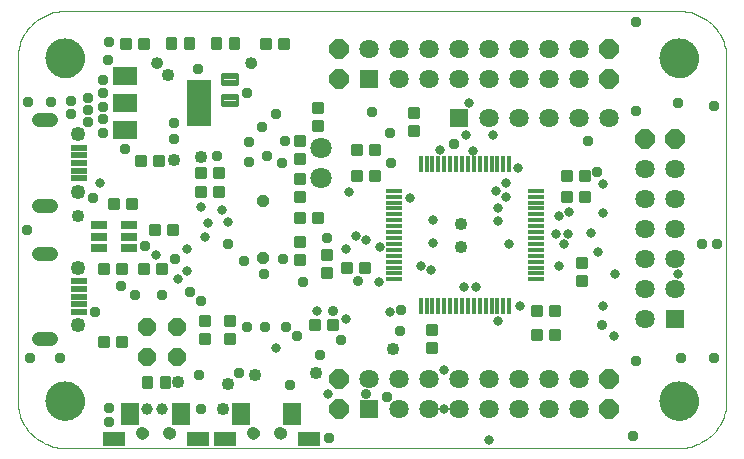
<source format=gts>
G75*
%MOIN*%
%OFA0B0*%
%FSLAX24Y24*%
%IPPOS*%
%LPD*%
%AMOC8*
5,1,8,0,0,1.08239X$1,22.5*
%
%ADD10C,0.0100*%
%ADD11R,0.0837X0.0641*%
%ADD12R,0.0837X0.1546*%
%ADD13C,0.0113*%
%ADD14OC8,0.0650*%
%ADD15R,0.0522X0.0144*%
%ADD16R,0.0144X0.0522*%
%ADD17OC8,0.0390*%
%ADD18R,0.0641X0.0641*%
%ADD19C,0.0641*%
%ADD20C,0.0000*%
%ADD21C,0.1310*%
%ADD22R,0.0570X0.0270*%
%ADD23C,0.0710*%
%ADD24OC8,0.0590*%
%ADD25C,0.0088*%
%ADD26R,0.0600X0.0750*%
%ADD27R,0.0750X0.0450*%
%ADD28C,0.0424*%
%ADD29C,0.0400*%
%ADD30R,0.0581X0.0207*%
%ADD31C,0.0450*%
%ADD32C,0.0493*%
%ADD33C,0.0350*%
%ADD34C,0.0387*%
%ADD35C,0.0426*%
%ADD36C,0.0320*%
%ADD37C,0.0370*%
%ADD38C,0.0347*%
%ADD39C,0.0330*%
D10*
X007087Y007116D02*
X007387Y007116D01*
X007387Y006816D01*
X007087Y006816D01*
X007087Y007116D01*
X007087Y006915D02*
X007387Y006915D01*
X007387Y007014D02*
X007087Y007014D01*
X007087Y007113D02*
X007387Y007113D01*
X007687Y007116D02*
X007987Y007116D01*
X007987Y006816D01*
X007687Y006816D01*
X007687Y007116D01*
X007687Y006915D02*
X007987Y006915D01*
X007987Y007014D02*
X007687Y007014D01*
X007687Y007113D02*
X007987Y007113D01*
X010767Y007216D02*
X010767Y006916D01*
X010467Y006916D01*
X010467Y007216D01*
X010767Y007216D01*
X010767Y007015D02*
X010467Y007015D01*
X010467Y007114D02*
X010767Y007114D01*
X010767Y007213D02*
X010467Y007213D01*
X010767Y007516D02*
X010767Y007816D01*
X010767Y007516D02*
X010467Y007516D01*
X010467Y007816D01*
X010767Y007816D01*
X010767Y007615D02*
X010467Y007615D01*
X010467Y007714D02*
X010767Y007714D01*
X010767Y007813D02*
X010467Y007813D01*
X011600Y007816D02*
X011600Y007516D01*
X011300Y007516D01*
X011300Y007816D01*
X011600Y007816D01*
X011600Y007615D02*
X011300Y007615D01*
X011300Y007714D02*
X011600Y007714D01*
X011600Y007813D02*
X011300Y007813D01*
X011600Y007216D02*
X011600Y006916D01*
X011300Y006916D01*
X011300Y007216D01*
X011600Y007216D01*
X011600Y007015D02*
X011300Y007015D01*
X011300Y007114D02*
X011600Y007114D01*
X011600Y007213D02*
X011300Y007213D01*
X014137Y007386D02*
X014437Y007386D01*
X014137Y007386D02*
X014137Y007686D01*
X014437Y007686D01*
X014437Y007386D01*
X014437Y007485D02*
X014137Y007485D01*
X014137Y007584D02*
X014437Y007584D01*
X014437Y007683D02*
X014137Y007683D01*
X014737Y007386D02*
X015037Y007386D01*
X014737Y007386D02*
X014737Y007686D01*
X015037Y007686D01*
X015037Y007386D01*
X015037Y007485D02*
X014737Y007485D01*
X014737Y007584D02*
X015037Y007584D01*
X015037Y007683D02*
X014737Y007683D01*
X014817Y009106D02*
X014817Y009406D01*
X014817Y009106D02*
X014517Y009106D01*
X014517Y009406D01*
X014817Y009406D01*
X014817Y009205D02*
X014517Y009205D01*
X014517Y009304D02*
X014817Y009304D01*
X014817Y009403D02*
X014517Y009403D01*
X014817Y009706D02*
X014817Y010006D01*
X014817Y009706D02*
X014517Y009706D01*
X014517Y010006D01*
X014817Y010006D01*
X014817Y009805D02*
X014517Y009805D01*
X014517Y009904D02*
X014817Y009904D01*
X014817Y010003D02*
X014517Y010003D01*
X013637Y009866D02*
X013637Y009566D01*
X013637Y009866D02*
X013937Y009866D01*
X013937Y009566D01*
X013637Y009566D01*
X013637Y009665D02*
X013937Y009665D01*
X013937Y009764D02*
X013637Y009764D01*
X013637Y009863D02*
X013937Y009863D01*
X013637Y010166D02*
X013637Y010466D01*
X013937Y010466D01*
X013937Y010166D01*
X013637Y010166D01*
X013637Y010265D02*
X013937Y010265D01*
X013937Y010364D02*
X013637Y010364D01*
X013637Y010463D02*
X013937Y010463D01*
X013937Y010966D02*
X013637Y010966D01*
X013637Y011266D01*
X013937Y011266D01*
X013937Y010966D01*
X013937Y011065D02*
X013637Y011065D01*
X013637Y011164D02*
X013937Y011164D01*
X013937Y011263D02*
X013637Y011263D01*
X013937Y011666D02*
X013937Y011966D01*
X013937Y011666D02*
X013637Y011666D01*
X013637Y011966D01*
X013937Y011966D01*
X013937Y011765D02*
X013637Y011765D01*
X013637Y011864D02*
X013937Y011864D01*
X013937Y011963D02*
X013637Y011963D01*
X013937Y012266D02*
X013937Y012566D01*
X013937Y012266D02*
X013637Y012266D01*
X013637Y012566D01*
X013937Y012566D01*
X013937Y012365D02*
X013637Y012365D01*
X013637Y012464D02*
X013937Y012464D01*
X013937Y012563D02*
X013637Y012563D01*
X013937Y012926D02*
X013937Y013226D01*
X013937Y012926D02*
X013637Y012926D01*
X013637Y013226D01*
X013937Y013226D01*
X013937Y013025D02*
X013637Y013025D01*
X013637Y013124D02*
X013937Y013124D01*
X013937Y013223D02*
X013637Y013223D01*
X013937Y013526D02*
X013937Y013826D01*
X013937Y013526D02*
X013637Y013526D01*
X013637Y013826D01*
X013937Y013826D01*
X013937Y013625D02*
X013637Y013625D01*
X013637Y013724D02*
X013937Y013724D01*
X013937Y013823D02*
X013637Y013823D01*
X014537Y014016D02*
X014537Y014316D01*
X014537Y014016D02*
X014237Y014016D01*
X014237Y014316D01*
X014537Y014316D01*
X014537Y014115D02*
X014237Y014115D01*
X014237Y014214D02*
X014537Y014214D01*
X014537Y014313D02*
X014237Y014313D01*
X014537Y014616D02*
X014537Y014916D01*
X014537Y014616D02*
X014237Y014616D01*
X014237Y014916D01*
X014537Y014916D01*
X014537Y014715D02*
X014237Y014715D01*
X014237Y014814D02*
X014537Y014814D01*
X014537Y014913D02*
X014237Y014913D01*
X015537Y013516D02*
X015837Y013516D01*
X015837Y013216D01*
X015537Y013216D01*
X015537Y013516D01*
X015537Y013315D02*
X015837Y013315D01*
X015837Y013414D02*
X015537Y013414D01*
X015537Y013513D02*
X015837Y013513D01*
X016137Y013516D02*
X016437Y013516D01*
X016437Y013216D01*
X016137Y013216D01*
X016137Y013516D01*
X016137Y013315D02*
X016437Y013315D01*
X016437Y013414D02*
X016137Y013414D01*
X016137Y013513D02*
X016437Y013513D01*
X017737Y013866D02*
X017737Y014166D01*
X017737Y013866D02*
X017437Y013866D01*
X017437Y014166D01*
X017737Y014166D01*
X017737Y013965D02*
X017437Y013965D01*
X017437Y014064D02*
X017737Y014064D01*
X017737Y014163D02*
X017437Y014163D01*
X017737Y014466D02*
X017737Y014766D01*
X017737Y014466D02*
X017437Y014466D01*
X017437Y014766D01*
X017737Y014766D01*
X017737Y014565D02*
X017437Y014565D01*
X017437Y014664D02*
X017737Y014664D01*
X017737Y014763D02*
X017437Y014763D01*
X016437Y012666D02*
X016137Y012666D01*
X016437Y012666D02*
X016437Y012366D01*
X016137Y012366D01*
X016137Y012666D01*
X016137Y012465D02*
X016437Y012465D01*
X016437Y012564D02*
X016137Y012564D01*
X016137Y012663D02*
X016437Y012663D01*
X015837Y012666D02*
X015537Y012666D01*
X015837Y012666D02*
X015837Y012366D01*
X015537Y012366D01*
X015537Y012666D01*
X015537Y012465D02*
X015837Y012465D01*
X015837Y012564D02*
X015537Y012564D01*
X015537Y012663D02*
X015837Y012663D01*
X014537Y010966D02*
X014237Y010966D01*
X014237Y011266D01*
X014537Y011266D01*
X014537Y010966D01*
X014537Y011065D02*
X014237Y011065D01*
X014237Y011164D02*
X014537Y011164D01*
X014537Y011263D02*
X014237Y011263D01*
X015207Y009576D02*
X015507Y009576D01*
X015507Y009276D01*
X015207Y009276D01*
X015207Y009576D01*
X015207Y009375D02*
X015507Y009375D01*
X015507Y009474D02*
X015207Y009474D01*
X015207Y009573D02*
X015507Y009573D01*
X015807Y009576D02*
X016107Y009576D01*
X016107Y009276D01*
X015807Y009276D01*
X015807Y009576D01*
X015807Y009375D02*
X016107Y009375D01*
X016107Y009474D02*
X015807Y009474D01*
X015807Y009573D02*
X016107Y009573D01*
X018027Y007526D02*
X018027Y007226D01*
X018027Y007526D02*
X018327Y007526D01*
X018327Y007226D01*
X018027Y007226D01*
X018027Y007325D02*
X018327Y007325D01*
X018327Y007424D02*
X018027Y007424D01*
X018027Y007523D02*
X018327Y007523D01*
X018027Y006926D02*
X018027Y006626D01*
X018027Y006926D02*
X018327Y006926D01*
X018327Y006626D01*
X018027Y006626D01*
X018027Y006725D02*
X018327Y006725D01*
X018327Y006824D02*
X018027Y006824D01*
X018027Y006923D02*
X018327Y006923D01*
X021537Y007366D02*
X021837Y007366D01*
X021837Y007066D01*
X021537Y007066D01*
X021537Y007366D01*
X021537Y007165D02*
X021837Y007165D01*
X021837Y007264D02*
X021537Y007264D01*
X021537Y007363D02*
X021837Y007363D01*
X022137Y007366D02*
X022437Y007366D01*
X022437Y007066D01*
X022137Y007066D01*
X022137Y007366D01*
X022137Y007165D02*
X022437Y007165D01*
X022437Y007264D02*
X022137Y007264D01*
X022137Y007363D02*
X022437Y007363D01*
X022437Y008166D02*
X022137Y008166D01*
X022437Y008166D02*
X022437Y007866D01*
X022137Y007866D01*
X022137Y008166D01*
X022137Y007965D02*
X022437Y007965D01*
X022437Y008064D02*
X022137Y008064D01*
X022137Y008163D02*
X022437Y008163D01*
X021837Y008166D02*
X021537Y008166D01*
X021837Y008166D02*
X021837Y007866D01*
X021537Y007866D01*
X021537Y008166D01*
X021537Y007965D02*
X021837Y007965D01*
X021837Y008064D02*
X021537Y008064D01*
X021537Y008163D02*
X021837Y008163D01*
X023337Y008866D02*
X023337Y009166D01*
X023337Y008866D02*
X023037Y008866D01*
X023037Y009166D01*
X023337Y009166D01*
X023337Y008965D02*
X023037Y008965D01*
X023037Y009064D02*
X023337Y009064D01*
X023337Y009163D02*
X023037Y009163D01*
X023337Y009466D02*
X023337Y009766D01*
X023337Y009466D02*
X023037Y009466D01*
X023037Y009766D01*
X023337Y009766D01*
X023337Y009565D02*
X023037Y009565D01*
X023037Y009664D02*
X023337Y009664D01*
X023337Y009763D02*
X023037Y009763D01*
X023137Y011666D02*
X023437Y011666D01*
X023137Y011666D02*
X023137Y011966D01*
X023437Y011966D01*
X023437Y011666D01*
X023437Y011765D02*
X023137Y011765D01*
X023137Y011864D02*
X023437Y011864D01*
X023437Y011963D02*
X023137Y011963D01*
X022837Y011666D02*
X022537Y011666D01*
X022537Y011966D01*
X022837Y011966D01*
X022837Y011666D01*
X022837Y011765D02*
X022537Y011765D01*
X022537Y011864D02*
X022837Y011864D01*
X022837Y011963D02*
X022537Y011963D01*
X022537Y012366D02*
X022837Y012366D01*
X022537Y012366D02*
X022537Y012666D01*
X022837Y012666D01*
X022837Y012366D01*
X022837Y012465D02*
X022537Y012465D01*
X022537Y012564D02*
X022837Y012564D01*
X022837Y012663D02*
X022537Y012663D01*
X023137Y012366D02*
X023437Y012366D01*
X023137Y012366D02*
X023137Y012666D01*
X023437Y012666D01*
X023437Y012366D01*
X023437Y012465D02*
X023137Y012465D01*
X023137Y012564D02*
X023437Y012564D01*
X023437Y012663D02*
X023137Y012663D01*
X013387Y016766D02*
X013087Y016766D01*
X013087Y017066D01*
X013387Y017066D01*
X013387Y016766D01*
X013387Y016865D02*
X013087Y016865D01*
X013087Y016964D02*
X013387Y016964D01*
X013387Y017063D02*
X013087Y017063D01*
X012787Y016766D02*
X012487Y016766D01*
X012487Y017066D01*
X012787Y017066D01*
X012787Y016766D01*
X012787Y016865D02*
X012487Y016865D01*
X012487Y016964D02*
X012787Y016964D01*
X012787Y017063D02*
X012487Y017063D01*
X008737Y016766D02*
X008437Y016766D01*
X008437Y017066D01*
X008737Y017066D01*
X008737Y016766D01*
X008737Y016865D02*
X008437Y016865D01*
X008437Y016964D02*
X008737Y016964D01*
X008737Y017063D02*
X008437Y017063D01*
X008137Y016766D02*
X007837Y016766D01*
X007837Y017066D01*
X008137Y017066D01*
X008137Y016766D01*
X008137Y016865D02*
X007837Y016865D01*
X007837Y016964D02*
X008137Y016964D01*
X008137Y017063D02*
X007837Y017063D01*
X008337Y012866D02*
X008637Y012866D01*
X008337Y012866D02*
X008337Y013166D01*
X008637Y013166D01*
X008637Y012866D01*
X008637Y012965D02*
X008337Y012965D01*
X008337Y013064D02*
X008637Y013064D01*
X008637Y013163D02*
X008337Y013163D01*
X008937Y012866D02*
X009237Y012866D01*
X008937Y012866D02*
X008937Y013166D01*
X009237Y013166D01*
X009237Y012866D01*
X009237Y012965D02*
X008937Y012965D01*
X008937Y013064D02*
X009237Y013064D01*
X009237Y013163D02*
X008937Y013163D01*
X010337Y012766D02*
X010637Y012766D01*
X010637Y012466D01*
X010337Y012466D01*
X010337Y012766D01*
X010337Y012565D02*
X010637Y012565D01*
X010637Y012664D02*
X010337Y012664D01*
X010337Y012763D02*
X010637Y012763D01*
X010937Y012766D02*
X011237Y012766D01*
X011237Y012466D01*
X010937Y012466D01*
X010937Y012766D01*
X010937Y012565D02*
X011237Y012565D01*
X011237Y012664D02*
X010937Y012664D01*
X010937Y012763D02*
X011237Y012763D01*
X011237Y011816D02*
X010937Y011816D01*
X010937Y012116D01*
X011237Y012116D01*
X011237Y011816D01*
X011237Y011915D02*
X010937Y011915D01*
X010937Y012014D02*
X011237Y012014D01*
X011237Y012113D02*
X010937Y012113D01*
X010637Y011816D02*
X010337Y011816D01*
X010337Y012116D01*
X010637Y012116D01*
X010637Y011816D01*
X010637Y011915D02*
X010337Y011915D01*
X010337Y012014D02*
X010637Y012014D01*
X010637Y012113D02*
X010337Y012113D01*
X009687Y010566D02*
X009387Y010566D01*
X009387Y010866D01*
X009687Y010866D01*
X009687Y010566D01*
X009687Y010665D02*
X009387Y010665D01*
X009387Y010764D02*
X009687Y010764D01*
X009687Y010863D02*
X009387Y010863D01*
X009087Y010566D02*
X008787Y010566D01*
X008787Y010866D01*
X009087Y010866D01*
X009087Y010566D01*
X009087Y010665D02*
X008787Y010665D01*
X008787Y010764D02*
X009087Y010764D01*
X009087Y010863D02*
X008787Y010863D01*
X008337Y011416D02*
X008037Y011416D01*
X008037Y011716D01*
X008337Y011716D01*
X008337Y011416D01*
X008337Y011515D02*
X008037Y011515D01*
X008037Y011614D02*
X008337Y011614D01*
X008337Y011713D02*
X008037Y011713D01*
X007737Y011416D02*
X007437Y011416D01*
X007437Y011716D01*
X007737Y011716D01*
X007737Y011416D01*
X007737Y011515D02*
X007437Y011515D01*
X007437Y011614D02*
X007737Y011614D01*
X007737Y011713D02*
X007437Y011713D01*
X007387Y009266D02*
X007087Y009266D01*
X007087Y009566D01*
X007387Y009566D01*
X007387Y009266D01*
X007387Y009365D02*
X007087Y009365D01*
X007087Y009464D02*
X007387Y009464D01*
X007387Y009563D02*
X007087Y009563D01*
X007687Y009266D02*
X007987Y009266D01*
X007687Y009266D02*
X007687Y009566D01*
X007987Y009566D01*
X007987Y009266D01*
X007987Y009365D02*
X007687Y009365D01*
X007687Y009464D02*
X007987Y009464D01*
X007987Y009563D02*
X007687Y009563D01*
X008437Y009266D02*
X008737Y009266D01*
X008437Y009266D02*
X008437Y009566D01*
X008737Y009566D01*
X008737Y009266D01*
X008737Y009365D02*
X008437Y009365D01*
X008437Y009464D02*
X008737Y009464D01*
X008737Y009563D02*
X008437Y009563D01*
X009037Y009266D02*
X009337Y009266D01*
X009037Y009266D02*
X009037Y009566D01*
X009337Y009566D01*
X009337Y009266D01*
X009337Y009365D02*
X009037Y009365D01*
X009037Y009464D02*
X009337Y009464D01*
X009337Y009563D02*
X009037Y009563D01*
D11*
X007946Y014010D03*
X007946Y014916D03*
X007946Y015821D03*
D12*
X010427Y014916D03*
D13*
X011193Y014847D02*
X011193Y015185D01*
X011681Y015185D01*
X011681Y014847D01*
X011193Y014847D01*
X011193Y014959D02*
X011681Y014959D01*
X011681Y015071D02*
X011193Y015071D01*
X011193Y015183D02*
X011681Y015183D01*
X011193Y015547D02*
X011193Y015885D01*
X011681Y015885D01*
X011681Y015547D01*
X011193Y015547D01*
X011193Y015659D02*
X011681Y015659D01*
X011681Y015771D02*
X011193Y015771D01*
X011193Y015883D02*
X011681Y015883D01*
D14*
X015087Y015716D03*
X015087Y016716D03*
X024087Y016716D03*
X024087Y015716D03*
X025287Y013716D03*
X026287Y013716D03*
X024087Y005716D03*
X024088Y004718D03*
X015087Y004716D03*
X015087Y005716D03*
D15*
X016932Y009039D03*
X016932Y009236D03*
X016932Y009433D03*
X016932Y009630D03*
X016932Y009827D03*
X016932Y010023D03*
X016932Y010220D03*
X016932Y010417D03*
X016932Y010614D03*
X016932Y010811D03*
X016932Y011008D03*
X016932Y011205D03*
X016932Y011401D03*
X016932Y011598D03*
X016932Y011795D03*
X016932Y011992D03*
X021656Y011992D03*
X021656Y011795D03*
X021656Y011598D03*
X021656Y011401D03*
X021656Y011205D03*
X021656Y011008D03*
X021656Y010811D03*
X021656Y010614D03*
X021656Y010417D03*
X021656Y010220D03*
X021656Y010023D03*
X021656Y009827D03*
X021656Y009630D03*
X021656Y009433D03*
X021656Y009236D03*
X021656Y009039D03*
D16*
X020770Y008153D03*
X020574Y008153D03*
X020377Y008153D03*
X020180Y008153D03*
X019983Y008153D03*
X019786Y008153D03*
X019589Y008153D03*
X019392Y008153D03*
X019196Y008153D03*
X018999Y008153D03*
X018802Y008153D03*
X018605Y008153D03*
X018408Y008153D03*
X018211Y008153D03*
X018014Y008153D03*
X017818Y008153D03*
X017818Y012878D03*
X018014Y012878D03*
X018211Y012878D03*
X018408Y012878D03*
X018605Y012878D03*
X018802Y012878D03*
X018999Y012878D03*
X019196Y012878D03*
X019392Y012878D03*
X019589Y012878D03*
X019786Y012878D03*
X019983Y012878D03*
X020180Y012878D03*
X020377Y012878D03*
X020574Y012878D03*
X020770Y012878D03*
D17*
X012556Y011660D03*
X012556Y009738D03*
D18*
X019087Y014416D03*
X016087Y015716D03*
X026287Y007716D03*
X016087Y004716D03*
D19*
X017087Y004716D03*
X018087Y004716D03*
X019087Y004716D03*
X020087Y004716D03*
X021087Y004716D03*
X022087Y004716D03*
X023087Y004716D03*
X023087Y005716D03*
X022087Y005716D03*
X021087Y005716D03*
X020087Y005716D03*
X019087Y005716D03*
X018087Y005716D03*
X017087Y005716D03*
X016087Y005716D03*
X025287Y007716D03*
X025287Y008716D03*
X026287Y008716D03*
X026287Y009716D03*
X025287Y009716D03*
X025287Y010716D03*
X026287Y010716D03*
X026287Y011716D03*
X025287Y011716D03*
X025287Y012716D03*
X026287Y012716D03*
X024087Y014416D03*
X023087Y014416D03*
X022087Y014416D03*
X021087Y014416D03*
X020087Y014416D03*
X020087Y015716D03*
X021087Y015716D03*
X022087Y015716D03*
X023087Y015716D03*
X023087Y016716D03*
X022087Y016716D03*
X021087Y016716D03*
X020087Y016716D03*
X019087Y016716D03*
X018087Y016716D03*
X017087Y016716D03*
X016087Y016716D03*
X017087Y015716D03*
X018087Y015716D03*
X019087Y015716D03*
D20*
X026434Y003416D02*
X005961Y003416D01*
X005331Y004990D02*
X005333Y005040D01*
X005339Y005090D01*
X005349Y005139D01*
X005363Y005187D01*
X005380Y005234D01*
X005401Y005279D01*
X005426Y005323D01*
X005454Y005364D01*
X005486Y005403D01*
X005520Y005440D01*
X005557Y005474D01*
X005597Y005504D01*
X005639Y005531D01*
X005683Y005555D01*
X005729Y005576D01*
X005776Y005592D01*
X005824Y005605D01*
X005874Y005614D01*
X005923Y005619D01*
X005974Y005620D01*
X006024Y005617D01*
X006073Y005610D01*
X006122Y005599D01*
X006170Y005584D01*
X006216Y005566D01*
X006261Y005544D01*
X006304Y005518D01*
X006345Y005489D01*
X006384Y005457D01*
X006420Y005422D01*
X006452Y005384D01*
X006482Y005344D01*
X006509Y005301D01*
X006532Y005257D01*
X006551Y005211D01*
X006567Y005163D01*
X006579Y005114D01*
X006587Y005065D01*
X006591Y005015D01*
X006591Y004965D01*
X006587Y004915D01*
X006579Y004866D01*
X006567Y004817D01*
X006551Y004769D01*
X006532Y004723D01*
X006509Y004679D01*
X006482Y004636D01*
X006452Y004596D01*
X006420Y004558D01*
X006384Y004523D01*
X006345Y004491D01*
X006304Y004462D01*
X006261Y004436D01*
X006216Y004414D01*
X006170Y004396D01*
X006122Y004381D01*
X006073Y004370D01*
X006024Y004363D01*
X005974Y004360D01*
X005923Y004361D01*
X005874Y004366D01*
X005824Y004375D01*
X005776Y004388D01*
X005729Y004404D01*
X005683Y004425D01*
X005639Y004449D01*
X005597Y004476D01*
X005557Y004506D01*
X005520Y004540D01*
X005486Y004577D01*
X005454Y004616D01*
X005426Y004657D01*
X005401Y004701D01*
X005380Y004746D01*
X005363Y004793D01*
X005349Y004841D01*
X005339Y004890D01*
X005333Y004940D01*
X005331Y004990D01*
X004386Y004990D02*
X004388Y004913D01*
X004394Y004836D01*
X004403Y004759D01*
X004416Y004683D01*
X004433Y004607D01*
X004454Y004533D01*
X004478Y004459D01*
X004506Y004387D01*
X004537Y004317D01*
X004572Y004248D01*
X004610Y004180D01*
X004651Y004115D01*
X004696Y004052D01*
X004744Y003991D01*
X004794Y003932D01*
X004847Y003876D01*
X004903Y003823D01*
X004962Y003773D01*
X005023Y003725D01*
X005086Y003680D01*
X005151Y003639D01*
X005219Y003601D01*
X005288Y003566D01*
X005358Y003535D01*
X005430Y003507D01*
X005504Y003483D01*
X005578Y003462D01*
X005654Y003445D01*
X005730Y003432D01*
X005807Y003423D01*
X005884Y003417D01*
X005961Y003415D01*
X005884Y003417D01*
X005807Y003423D01*
X005730Y003432D01*
X005654Y003445D01*
X005578Y003462D01*
X005504Y003483D01*
X005430Y003507D01*
X005358Y003535D01*
X005288Y003566D01*
X005219Y003601D01*
X005151Y003639D01*
X005086Y003680D01*
X005023Y003725D01*
X004962Y003773D01*
X004903Y003823D01*
X004847Y003876D01*
X004794Y003932D01*
X004744Y003991D01*
X004696Y004052D01*
X004651Y004115D01*
X004610Y004180D01*
X004572Y004248D01*
X004537Y004317D01*
X004506Y004387D01*
X004478Y004459D01*
X004454Y004533D01*
X004433Y004607D01*
X004416Y004683D01*
X004403Y004759D01*
X004394Y004836D01*
X004388Y004913D01*
X004386Y004990D01*
X004387Y004990D02*
X004387Y016408D01*
X005331Y016408D02*
X005333Y016458D01*
X005339Y016508D01*
X005349Y016557D01*
X005363Y016605D01*
X005380Y016652D01*
X005401Y016697D01*
X005426Y016741D01*
X005454Y016782D01*
X005486Y016821D01*
X005520Y016858D01*
X005557Y016892D01*
X005597Y016922D01*
X005639Y016949D01*
X005683Y016973D01*
X005729Y016994D01*
X005776Y017010D01*
X005824Y017023D01*
X005874Y017032D01*
X005923Y017037D01*
X005974Y017038D01*
X006024Y017035D01*
X006073Y017028D01*
X006122Y017017D01*
X006170Y017002D01*
X006216Y016984D01*
X006261Y016962D01*
X006304Y016936D01*
X006345Y016907D01*
X006384Y016875D01*
X006420Y016840D01*
X006452Y016802D01*
X006482Y016762D01*
X006509Y016719D01*
X006532Y016675D01*
X006551Y016629D01*
X006567Y016581D01*
X006579Y016532D01*
X006587Y016483D01*
X006591Y016433D01*
X006591Y016383D01*
X006587Y016333D01*
X006579Y016284D01*
X006567Y016235D01*
X006551Y016187D01*
X006532Y016141D01*
X006509Y016097D01*
X006482Y016054D01*
X006452Y016014D01*
X006420Y015976D01*
X006384Y015941D01*
X006345Y015909D01*
X006304Y015880D01*
X006261Y015854D01*
X006216Y015832D01*
X006170Y015814D01*
X006122Y015799D01*
X006073Y015788D01*
X006024Y015781D01*
X005974Y015778D01*
X005923Y015779D01*
X005874Y015784D01*
X005824Y015793D01*
X005776Y015806D01*
X005729Y015822D01*
X005683Y015843D01*
X005639Y015867D01*
X005597Y015894D01*
X005557Y015924D01*
X005520Y015958D01*
X005486Y015995D01*
X005454Y016034D01*
X005426Y016075D01*
X005401Y016119D01*
X005380Y016164D01*
X005363Y016211D01*
X005349Y016259D01*
X005339Y016308D01*
X005333Y016358D01*
X005331Y016408D01*
X004386Y016408D02*
X004388Y016485D01*
X004394Y016562D01*
X004403Y016639D01*
X004416Y016715D01*
X004433Y016791D01*
X004454Y016865D01*
X004478Y016939D01*
X004506Y017011D01*
X004537Y017081D01*
X004572Y017150D01*
X004610Y017218D01*
X004651Y017283D01*
X004696Y017346D01*
X004744Y017407D01*
X004794Y017466D01*
X004847Y017522D01*
X004903Y017575D01*
X004962Y017625D01*
X005023Y017673D01*
X005086Y017718D01*
X005151Y017759D01*
X005219Y017797D01*
X005288Y017832D01*
X005358Y017863D01*
X005430Y017891D01*
X005504Y017915D01*
X005578Y017936D01*
X005654Y017953D01*
X005730Y017966D01*
X005807Y017975D01*
X005884Y017981D01*
X005961Y017983D01*
X026434Y017983D01*
X025804Y016408D02*
X025806Y016458D01*
X025812Y016508D01*
X025822Y016557D01*
X025836Y016605D01*
X025853Y016652D01*
X025874Y016697D01*
X025899Y016741D01*
X025927Y016782D01*
X025959Y016821D01*
X025993Y016858D01*
X026030Y016892D01*
X026070Y016922D01*
X026112Y016949D01*
X026156Y016973D01*
X026202Y016994D01*
X026249Y017010D01*
X026297Y017023D01*
X026347Y017032D01*
X026396Y017037D01*
X026447Y017038D01*
X026497Y017035D01*
X026546Y017028D01*
X026595Y017017D01*
X026643Y017002D01*
X026689Y016984D01*
X026734Y016962D01*
X026777Y016936D01*
X026818Y016907D01*
X026857Y016875D01*
X026893Y016840D01*
X026925Y016802D01*
X026955Y016762D01*
X026982Y016719D01*
X027005Y016675D01*
X027024Y016629D01*
X027040Y016581D01*
X027052Y016532D01*
X027060Y016483D01*
X027064Y016433D01*
X027064Y016383D01*
X027060Y016333D01*
X027052Y016284D01*
X027040Y016235D01*
X027024Y016187D01*
X027005Y016141D01*
X026982Y016097D01*
X026955Y016054D01*
X026925Y016014D01*
X026893Y015976D01*
X026857Y015941D01*
X026818Y015909D01*
X026777Y015880D01*
X026734Y015854D01*
X026689Y015832D01*
X026643Y015814D01*
X026595Y015799D01*
X026546Y015788D01*
X026497Y015781D01*
X026447Y015778D01*
X026396Y015779D01*
X026347Y015784D01*
X026297Y015793D01*
X026249Y015806D01*
X026202Y015822D01*
X026156Y015843D01*
X026112Y015867D01*
X026070Y015894D01*
X026030Y015924D01*
X025993Y015958D01*
X025959Y015995D01*
X025927Y016034D01*
X025899Y016075D01*
X025874Y016119D01*
X025853Y016164D01*
X025836Y016211D01*
X025822Y016259D01*
X025812Y016308D01*
X025806Y016358D01*
X025804Y016408D01*
X026434Y017983D02*
X026511Y017981D01*
X026588Y017975D01*
X026665Y017966D01*
X026741Y017953D01*
X026817Y017936D01*
X026891Y017915D01*
X026965Y017891D01*
X027037Y017863D01*
X027107Y017832D01*
X027176Y017797D01*
X027244Y017759D01*
X027309Y017718D01*
X027372Y017673D01*
X027433Y017625D01*
X027492Y017575D01*
X027548Y017522D01*
X027601Y017466D01*
X027651Y017407D01*
X027699Y017346D01*
X027744Y017283D01*
X027785Y017218D01*
X027823Y017150D01*
X027858Y017081D01*
X027889Y017011D01*
X027917Y016939D01*
X027941Y016865D01*
X027962Y016791D01*
X027979Y016715D01*
X027992Y016639D01*
X028001Y016562D01*
X028007Y016485D01*
X028009Y016408D01*
X028009Y004990D01*
X025804Y004990D02*
X025806Y005040D01*
X025812Y005090D01*
X025822Y005139D01*
X025836Y005187D01*
X025853Y005234D01*
X025874Y005279D01*
X025899Y005323D01*
X025927Y005364D01*
X025959Y005403D01*
X025993Y005440D01*
X026030Y005474D01*
X026070Y005504D01*
X026112Y005531D01*
X026156Y005555D01*
X026202Y005576D01*
X026249Y005592D01*
X026297Y005605D01*
X026347Y005614D01*
X026396Y005619D01*
X026447Y005620D01*
X026497Y005617D01*
X026546Y005610D01*
X026595Y005599D01*
X026643Y005584D01*
X026689Y005566D01*
X026734Y005544D01*
X026777Y005518D01*
X026818Y005489D01*
X026857Y005457D01*
X026893Y005422D01*
X026925Y005384D01*
X026955Y005344D01*
X026982Y005301D01*
X027005Y005257D01*
X027024Y005211D01*
X027040Y005163D01*
X027052Y005114D01*
X027060Y005065D01*
X027064Y005015D01*
X027064Y004965D01*
X027060Y004915D01*
X027052Y004866D01*
X027040Y004817D01*
X027024Y004769D01*
X027005Y004723D01*
X026982Y004679D01*
X026955Y004636D01*
X026925Y004596D01*
X026893Y004558D01*
X026857Y004523D01*
X026818Y004491D01*
X026777Y004462D01*
X026734Y004436D01*
X026689Y004414D01*
X026643Y004396D01*
X026595Y004381D01*
X026546Y004370D01*
X026497Y004363D01*
X026447Y004360D01*
X026396Y004361D01*
X026347Y004366D01*
X026297Y004375D01*
X026249Y004388D01*
X026202Y004404D01*
X026156Y004425D01*
X026112Y004449D01*
X026070Y004476D01*
X026030Y004506D01*
X025993Y004540D01*
X025959Y004577D01*
X025927Y004616D01*
X025899Y004657D01*
X025874Y004701D01*
X025853Y004746D01*
X025836Y004793D01*
X025822Y004841D01*
X025812Y004890D01*
X025806Y004940D01*
X025804Y004990D01*
X026434Y003415D02*
X026511Y003417D01*
X026588Y003423D01*
X026665Y003432D01*
X026741Y003445D01*
X026817Y003462D01*
X026891Y003483D01*
X026965Y003507D01*
X027037Y003535D01*
X027107Y003566D01*
X027176Y003601D01*
X027244Y003639D01*
X027309Y003680D01*
X027372Y003725D01*
X027433Y003773D01*
X027492Y003823D01*
X027548Y003876D01*
X027601Y003932D01*
X027651Y003991D01*
X027699Y004052D01*
X027744Y004115D01*
X027785Y004180D01*
X027823Y004248D01*
X027858Y004317D01*
X027889Y004387D01*
X027917Y004459D01*
X027941Y004533D01*
X027962Y004607D01*
X027979Y004683D01*
X027992Y004759D01*
X028001Y004836D01*
X028007Y004913D01*
X028009Y004990D01*
X028007Y004913D01*
X028001Y004836D01*
X027992Y004759D01*
X027979Y004683D01*
X027962Y004607D01*
X027941Y004533D01*
X027917Y004459D01*
X027889Y004387D01*
X027858Y004317D01*
X027823Y004248D01*
X027785Y004180D01*
X027744Y004115D01*
X027699Y004052D01*
X027651Y003991D01*
X027601Y003932D01*
X027548Y003876D01*
X027492Y003823D01*
X027433Y003773D01*
X027372Y003725D01*
X027309Y003680D01*
X027244Y003639D01*
X027176Y003601D01*
X027107Y003566D01*
X027037Y003535D01*
X026965Y003507D01*
X026891Y003483D01*
X026817Y003462D01*
X026741Y003445D01*
X026665Y003432D01*
X026588Y003423D01*
X026511Y003417D01*
X026434Y003415D01*
X012952Y003916D02*
X012954Y003943D01*
X012960Y003969D01*
X012969Y003994D01*
X012982Y004017D01*
X012998Y004038D01*
X013017Y004057D01*
X013038Y004073D01*
X013061Y004086D01*
X013086Y004095D01*
X013112Y004101D01*
X013139Y004103D01*
X013166Y004101D01*
X013192Y004095D01*
X013217Y004086D01*
X013240Y004073D01*
X013261Y004057D01*
X013280Y004038D01*
X013296Y004017D01*
X013309Y003994D01*
X013318Y003969D01*
X013324Y003943D01*
X013326Y003916D01*
X013324Y003889D01*
X013318Y003863D01*
X013309Y003838D01*
X013296Y003815D01*
X013280Y003794D01*
X013261Y003775D01*
X013240Y003759D01*
X013217Y003746D01*
X013192Y003737D01*
X013166Y003731D01*
X013139Y003729D01*
X013112Y003731D01*
X013086Y003737D01*
X013061Y003746D01*
X013038Y003759D01*
X013017Y003775D01*
X012998Y003794D01*
X012982Y003815D01*
X012969Y003838D01*
X012960Y003863D01*
X012954Y003889D01*
X012952Y003916D01*
X012047Y003916D02*
X012049Y003943D01*
X012055Y003969D01*
X012064Y003994D01*
X012077Y004017D01*
X012093Y004038D01*
X012112Y004057D01*
X012133Y004073D01*
X012156Y004086D01*
X012181Y004095D01*
X012207Y004101D01*
X012234Y004103D01*
X012261Y004101D01*
X012287Y004095D01*
X012312Y004086D01*
X012335Y004073D01*
X012356Y004057D01*
X012375Y004038D01*
X012391Y004017D01*
X012404Y003994D01*
X012413Y003969D01*
X012419Y003943D01*
X012421Y003916D01*
X012419Y003889D01*
X012413Y003863D01*
X012404Y003838D01*
X012391Y003815D01*
X012375Y003794D01*
X012356Y003775D01*
X012335Y003759D01*
X012312Y003746D01*
X012287Y003737D01*
X012261Y003731D01*
X012234Y003729D01*
X012207Y003731D01*
X012181Y003737D01*
X012156Y003746D01*
X012133Y003759D01*
X012112Y003775D01*
X012093Y003794D01*
X012077Y003815D01*
X012064Y003838D01*
X012055Y003863D01*
X012049Y003889D01*
X012047Y003916D01*
X009252Y003916D02*
X009254Y003943D01*
X009260Y003969D01*
X009269Y003994D01*
X009282Y004017D01*
X009298Y004038D01*
X009317Y004057D01*
X009338Y004073D01*
X009361Y004086D01*
X009386Y004095D01*
X009412Y004101D01*
X009439Y004103D01*
X009466Y004101D01*
X009492Y004095D01*
X009517Y004086D01*
X009540Y004073D01*
X009561Y004057D01*
X009580Y004038D01*
X009596Y004017D01*
X009609Y003994D01*
X009618Y003969D01*
X009624Y003943D01*
X009626Y003916D01*
X009624Y003889D01*
X009618Y003863D01*
X009609Y003838D01*
X009596Y003815D01*
X009580Y003794D01*
X009561Y003775D01*
X009540Y003759D01*
X009517Y003746D01*
X009492Y003737D01*
X009466Y003731D01*
X009439Y003729D01*
X009412Y003731D01*
X009386Y003737D01*
X009361Y003746D01*
X009338Y003759D01*
X009317Y003775D01*
X009298Y003794D01*
X009282Y003815D01*
X009269Y003838D01*
X009260Y003863D01*
X009254Y003889D01*
X009252Y003916D01*
X008347Y003916D02*
X008349Y003943D01*
X008355Y003969D01*
X008364Y003994D01*
X008377Y004017D01*
X008393Y004038D01*
X008412Y004057D01*
X008433Y004073D01*
X008456Y004086D01*
X008481Y004095D01*
X008507Y004101D01*
X008534Y004103D01*
X008561Y004101D01*
X008587Y004095D01*
X008612Y004086D01*
X008635Y004073D01*
X008656Y004057D01*
X008675Y004038D01*
X008691Y004017D01*
X008704Y003994D01*
X008713Y003969D01*
X008719Y003943D01*
X008721Y003916D01*
X008719Y003889D01*
X008713Y003863D01*
X008704Y003838D01*
X008691Y003815D01*
X008675Y003794D01*
X008656Y003775D01*
X008635Y003759D01*
X008612Y003746D01*
X008587Y003737D01*
X008561Y003731D01*
X008534Y003729D01*
X008507Y003731D01*
X008481Y003737D01*
X008456Y003746D01*
X008433Y003759D01*
X008412Y003775D01*
X008393Y003794D01*
X008377Y003815D01*
X008364Y003838D01*
X008355Y003863D01*
X008349Y003889D01*
X008347Y003916D01*
X008838Y016253D02*
X008840Y016279D01*
X008846Y016305D01*
X008855Y016329D01*
X008868Y016352D01*
X008885Y016372D01*
X008904Y016390D01*
X008926Y016405D01*
X008949Y016416D01*
X008974Y016424D01*
X009000Y016428D01*
X009026Y016428D01*
X009052Y016424D01*
X009077Y016416D01*
X009101Y016405D01*
X009122Y016390D01*
X009141Y016372D01*
X009158Y016352D01*
X009171Y016329D01*
X009180Y016305D01*
X009186Y016279D01*
X009188Y016253D01*
X009186Y016227D01*
X009180Y016201D01*
X009171Y016177D01*
X009158Y016154D01*
X009141Y016134D01*
X009122Y016116D01*
X009100Y016101D01*
X009077Y016090D01*
X009052Y016082D01*
X009026Y016078D01*
X009000Y016078D01*
X008974Y016082D01*
X008949Y016090D01*
X008925Y016101D01*
X008904Y016116D01*
X008885Y016134D01*
X008868Y016154D01*
X008855Y016177D01*
X008846Y016201D01*
X008840Y016227D01*
X008838Y016253D01*
X005961Y017983D02*
X005884Y017981D01*
X005807Y017975D01*
X005730Y017966D01*
X005654Y017953D01*
X005578Y017936D01*
X005504Y017915D01*
X005430Y017891D01*
X005358Y017863D01*
X005288Y017832D01*
X005219Y017797D01*
X005151Y017759D01*
X005086Y017718D01*
X005023Y017673D01*
X004962Y017625D01*
X004903Y017575D01*
X004847Y017522D01*
X004794Y017466D01*
X004744Y017407D01*
X004696Y017346D01*
X004651Y017283D01*
X004610Y017218D01*
X004572Y017150D01*
X004537Y017081D01*
X004506Y017011D01*
X004478Y016939D01*
X004454Y016865D01*
X004433Y016791D01*
X004416Y016715D01*
X004403Y016639D01*
X004394Y016562D01*
X004388Y016485D01*
X004386Y016408D01*
X011988Y016253D02*
X011990Y016279D01*
X011996Y016305D01*
X012005Y016329D01*
X012018Y016352D01*
X012035Y016372D01*
X012054Y016390D01*
X012076Y016405D01*
X012099Y016416D01*
X012124Y016424D01*
X012150Y016428D01*
X012176Y016428D01*
X012202Y016424D01*
X012227Y016416D01*
X012251Y016405D01*
X012272Y016390D01*
X012291Y016372D01*
X012308Y016352D01*
X012321Y016329D01*
X012330Y016305D01*
X012336Y016279D01*
X012338Y016253D01*
X012336Y016227D01*
X012330Y016201D01*
X012321Y016177D01*
X012308Y016154D01*
X012291Y016134D01*
X012272Y016116D01*
X012250Y016101D01*
X012227Y016090D01*
X012202Y016082D01*
X012176Y016078D01*
X012150Y016078D01*
X012124Y016082D01*
X012099Y016090D01*
X012075Y016101D01*
X012054Y016116D01*
X012035Y016134D01*
X012018Y016154D01*
X012005Y016177D01*
X011996Y016201D01*
X011990Y016227D01*
X011988Y016253D01*
X026434Y017983D02*
X026511Y017981D01*
X026588Y017975D01*
X026665Y017966D01*
X026741Y017953D01*
X026817Y017936D01*
X026891Y017915D01*
X026965Y017891D01*
X027037Y017863D01*
X027107Y017832D01*
X027176Y017797D01*
X027244Y017759D01*
X027309Y017718D01*
X027372Y017673D01*
X027433Y017625D01*
X027492Y017575D01*
X027548Y017522D01*
X027601Y017466D01*
X027651Y017407D01*
X027699Y017346D01*
X027744Y017283D01*
X027785Y017218D01*
X027823Y017150D01*
X027858Y017081D01*
X027889Y017011D01*
X027917Y016939D01*
X027941Y016865D01*
X027962Y016791D01*
X027979Y016715D01*
X027992Y016639D01*
X028001Y016562D01*
X028007Y016485D01*
X028009Y016408D01*
D21*
X026434Y016408D03*
X026434Y004990D03*
X005961Y004990D03*
X005961Y016408D03*
D22*
X007087Y010836D03*
X007087Y010466D03*
X007087Y010096D03*
X008087Y010096D03*
X008087Y010466D03*
X008087Y010836D03*
D23*
X014487Y012416D03*
X014487Y013416D03*
D24*
X009687Y007466D03*
X008687Y007466D03*
X008687Y006466D03*
X009687Y006466D03*
D25*
X009418Y005772D02*
X009156Y005772D01*
X009418Y005772D02*
X009418Y005460D01*
X009156Y005460D01*
X009156Y005772D01*
X009156Y005547D02*
X009418Y005547D01*
X009418Y005634D02*
X009156Y005634D01*
X009156Y005721D02*
X009418Y005721D01*
X008818Y005772D02*
X008556Y005772D01*
X008818Y005772D02*
X008818Y005460D01*
X008556Y005460D01*
X008556Y005772D01*
X008556Y005547D02*
X008818Y005547D01*
X008818Y005634D02*
X008556Y005634D01*
X008556Y005721D02*
X008818Y005721D01*
X009356Y016760D02*
X009618Y016760D01*
X009356Y016760D02*
X009356Y017072D01*
X009618Y017072D01*
X009618Y016760D01*
X009618Y016847D02*
X009356Y016847D01*
X009356Y016934D02*
X009618Y016934D01*
X009618Y017021D02*
X009356Y017021D01*
X009956Y016760D02*
X010218Y016760D01*
X009956Y016760D02*
X009956Y017072D01*
X010218Y017072D01*
X010218Y016760D01*
X010218Y016847D02*
X009956Y016847D01*
X009956Y016934D02*
X010218Y016934D01*
X010218Y017021D02*
X009956Y017021D01*
X010856Y016760D02*
X011118Y016760D01*
X010856Y016760D02*
X010856Y017072D01*
X011118Y017072D01*
X011118Y016760D01*
X011118Y016847D02*
X010856Y016847D01*
X010856Y016934D02*
X011118Y016934D01*
X011118Y017021D02*
X010856Y017021D01*
X011456Y016760D02*
X011718Y016760D01*
X011456Y016760D02*
X011456Y017072D01*
X011718Y017072D01*
X011718Y016760D01*
X011718Y016847D02*
X011456Y016847D01*
X011456Y016934D02*
X011718Y016934D01*
X011718Y017021D02*
X011456Y017021D01*
D26*
X011837Y004566D03*
X013537Y004566D03*
X009837Y004566D03*
X008137Y004566D03*
D27*
X007587Y003716D03*
X010387Y003716D03*
X011287Y003716D03*
X014087Y003716D03*
D28*
X013139Y003916D03*
X012234Y003916D03*
X009439Y003916D03*
X008534Y003916D03*
D29*
X009013Y016253D03*
X012163Y016253D03*
D30*
X006419Y013427D03*
X006419Y013172D03*
X006419Y012916D03*
X006419Y012660D03*
X006419Y012404D03*
X006419Y008977D03*
X006419Y008722D03*
X006419Y008466D03*
X006419Y008210D03*
X006419Y007954D03*
D31*
X005487Y007038D02*
X005087Y007038D01*
X005087Y009893D02*
X005487Y009893D01*
X005487Y011488D02*
X005087Y011488D01*
X005087Y014343D02*
X005487Y014343D01*
D32*
X006389Y013870D03*
X006389Y011961D03*
X006389Y009420D03*
X006389Y007511D03*
D33*
X014898Y007998D03*
X015717Y008986D03*
X023851Y007524D03*
D34*
X009187Y004716D03*
X008687Y004716D03*
D35*
X009737Y005616D03*
X011387Y005566D03*
X012287Y005866D03*
X011237Y004716D03*
X014337Y005916D03*
X016887Y006716D03*
X019168Y010118D03*
X019168Y010868D03*
X010487Y013116D03*
X009587Y013016D03*
X006387Y011166D03*
X009387Y015866D03*
D36*
X007137Y012266D03*
X010487Y011466D03*
X010737Y010916D03*
X011187Y011366D03*
X011387Y010966D03*
X010637Y010466D03*
X010037Y010066D03*
X010037Y009316D03*
X009737Y009066D03*
X008987Y009866D03*
X014356Y007998D03*
X015337Y007716D03*
X016787Y007966D03*
X016431Y008946D03*
X017815Y009471D03*
X018160Y009363D03*
X019256Y008786D03*
X019661Y008786D03*
X021137Y008166D03*
X020387Y007666D03*
X018587Y006016D03*
X018587Y004716D03*
X020087Y003696D03*
X024257Y007156D03*
X023887Y008166D03*
X024287Y009216D03*
X023737Y009966D03*
X023482Y010569D03*
X022730Y010559D03*
X022328Y010555D03*
X022591Y010211D03*
X022417Y009496D03*
X020755Y010216D03*
X020382Y010974D03*
X020382Y011420D03*
X020646Y011794D03*
X020332Y011991D03*
X020646Y012254D03*
X021064Y012736D03*
X020242Y013866D03*
X019571Y013316D03*
X019337Y013866D03*
X018468Y013361D03*
X019437Y014916D03*
X015437Y011966D03*
X017457Y011737D03*
X018220Y011030D03*
X018219Y010240D03*
X016457Y010117D03*
X015991Y010357D03*
X015666Y010470D03*
X015335Y010066D03*
X022417Y011146D03*
X022757Y011275D03*
X023887Y011266D03*
X023906Y012206D03*
X026387Y009216D03*
X014737Y005216D03*
D37*
X013474Y005503D03*
X014474Y006503D03*
X015174Y007003D03*
X013687Y007166D03*
X013337Y007466D03*
X012637Y007466D03*
X012037Y007466D03*
X010487Y008316D03*
X010137Y008616D03*
X009187Y008516D03*
X008287Y008516D03*
X007837Y008816D03*
X006952Y007951D03*
X005787Y006416D03*
X004787Y006416D03*
X007437Y004766D03*
X007444Y004283D03*
X010487Y004716D03*
X010424Y005853D03*
X011774Y005903D03*
X014757Y003736D03*
X016687Y005116D03*
X017124Y007303D03*
X017174Y008003D03*
X013887Y008966D03*
X013237Y009716D03*
X012587Y009216D03*
X011937Y009666D03*
X011387Y010216D03*
X009637Y009716D03*
X008637Y010166D03*
X006902Y011761D03*
X004702Y010691D03*
X007972Y013396D03*
X007237Y013926D03*
X006737Y014276D03*
X007222Y014376D03*
X006737Y014676D03*
X007222Y014796D03*
X006737Y015096D03*
X007222Y015246D03*
X007237Y015696D03*
X006172Y014996D03*
X006172Y014546D03*
X005487Y014966D03*
X004737Y014966D03*
X007387Y016366D03*
X007422Y016946D03*
X010387Y016066D03*
X012037Y015266D03*
X012987Y014566D03*
X012537Y014116D03*
X012087Y013616D03*
X012687Y013166D03*
X012087Y012966D03*
X013187Y012916D03*
X013287Y013666D03*
X011022Y013146D03*
X009587Y013716D03*
X009587Y014266D03*
X014687Y010416D03*
X016837Y012916D03*
X016787Y013916D03*
X016187Y014616D03*
X018932Y013566D03*
X023382Y013666D03*
X023682Y012616D03*
X024987Y014666D03*
X026387Y014916D03*
X027587Y014816D03*
X024987Y017616D03*
X027187Y010216D03*
X027687Y010216D03*
X027587Y006416D03*
X026487Y006416D03*
X024987Y006316D03*
X024887Y003816D03*
D38*
X015987Y005216D03*
D39*
X012987Y006766D03*
M02*

</source>
